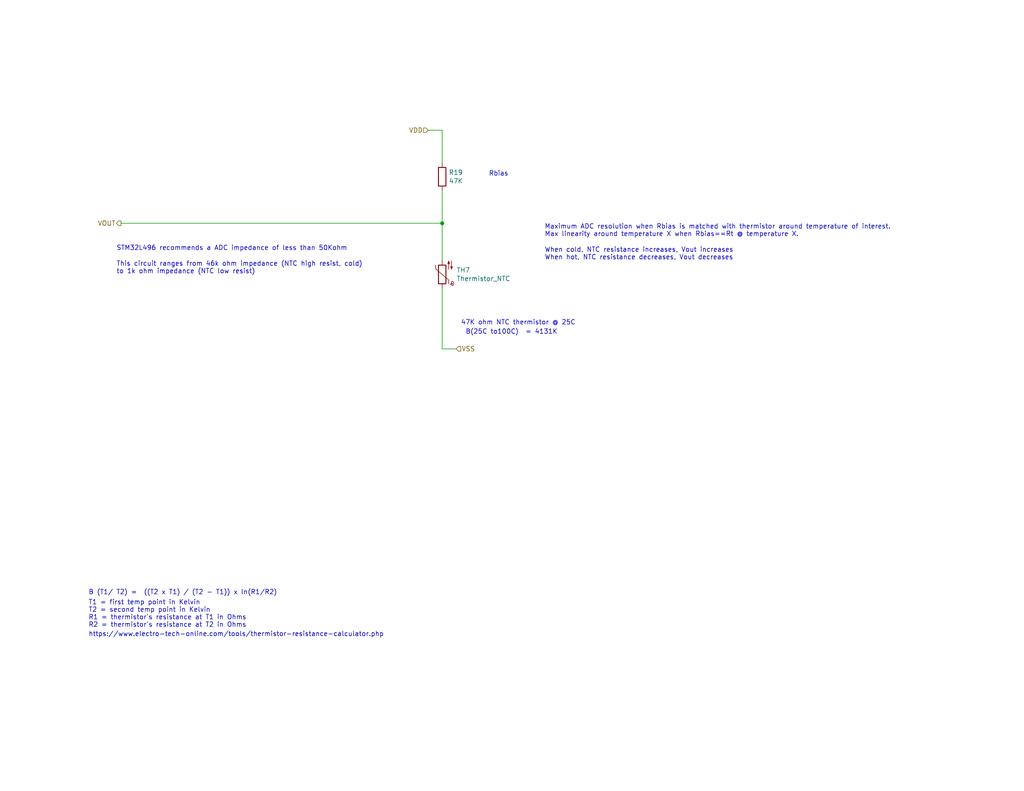
<source format=kicad_sch>
(kicad_sch (version 20250114) (generator "eeschema") (generator_version "9.0")
  (paper "A")
  (title_block (title "NTC THERMISTOR") (date "2020-05-05"))
  (lib_symbols
    (symbol "Device:R" (pin_numbers (hide yes)) (pin_names (offset 0))
      (property "Reference" "R" (at 2.032 0 90))
      (property "Value" "R" (at 0 0 90))
      (symbol "R_0_1"
        (rectangle (start -1.016 -2.54) (end 1.016 2.54) (stroke (width 0.254)))
      )
      (symbol "R_1_1"
        (pin passive line (at 0 3.81 270) (length 1.27) (name "~") (number "1"))
        (pin passive line (at 0 -3.81 90) (length 1.27) (name "~") (number "2"))
      )
    )
    (symbol "Device:Thermistor_NTC" (pin_numbers (hide yes)) (pin_names (offset 0))
      (property "Reference" "TH" (at -4.445 0 90))
      (property "Value" "Thermistor_NTC" (at 3.175 0 90))
      (symbol "Thermistor_NTC_0_1"
        (arc (start -3.175 2.413) (mid -3.0506 2.3165) (end -3.048 2.159))
        (arc (start -3.048 2.794) (mid -2.9736 2.9736) (end -2.794 3.048))
        (arc (start -2.794 3.048) (mid -2.6144 2.9736) (end -2.54 2.794))
        (arc (start -2.794 2.54) (mid -2.9736 2.6144) (end -3.048 2.794))
        (arc (start -2.794 1.905) (mid -2.9736 1.9794) (end -3.048 2.159))
        (arc (start -2.54 2.159) (mid -2.6144 1.9794) (end -2.794 1.905))
        (arc (start -2.159 2.794) (mid -2.434 2.5608) (end -2.794 2.54))
        (polyline (pts (xy -2.54 2.159) (xy -2.54 2.794)))
        (polyline (pts (xy -2.54 -3.683) (xy -2.54 -1.397) (xy -2.794 -2.159) (xy -2.286 -2.159) (xy -2.54 -1.397) (xy -2.54 -1.651)) (fill (type outline)))
        (polyline (pts (xy -1.778 2.54) (xy -1.778 1.524) (xy 1.778 -1.524) (xy 1.778 -2.54)))
        (polyline (pts (xy -1.778 -1.397) (xy -1.778 -3.683) (xy -2.032 -2.921) (xy -1.524 -2.921) (xy -1.778 -3.683) (xy -1.778 -3.429)) (fill (type outline)))
        (rectangle (start -1.016 2.54) (end 1.016 -2.54) (stroke (width 0.254)))
      )
      (symbol "Thermistor_NTC_1_1"
        (pin passive line (at 0 3.81 270) (length 1.27) (name "~") (number "1"))
        (pin passive line (at 0 -3.81 90) (length 1.27) (name "~") (number "2"))
      )
    )
  )
  (text "B(25C to100C)  = 4131K " (at 127 91.44 0) (effects (font (size 1.27 1.27)) (justify left bottom)))
  (text "STM32L496 recommends a ADC impedance of less than 50Kohm\n" (at 31.75 68.58 0) (effects (font (size 1.27 1.27)) (justify left bottom)))
  (text "T1 = first temp point in Kelvin\nT2 = second temp point in Kelvin\nR1 = thermistor's resistance at T1 in Ohms\nR2 = thermistor's resistance at T2 in Ohms" (at 24.13 171.45 0) (effects (font (size 1.27 1.27)) (justify left bottom)))
  (text "When cold, NTC resistance increases, Vout increases\nWhen hot, NTC resistance decreases, Vout decreases" (at 148.59 71.12 0) (effects (font (size 1.27 1.27)) (justify left bottom)))
  (text "Rbias\n" (at 133.35 48.26 0) (effects (font (size 1.27 1.27)) (justify left bottom)))
  (text "Maximum ADC resolution when Rbias is matched with thermistor around temperature of interest.\nMax linearity around temperature X when Rbias==Rt @ temperature X. \n" (at 148.59 64.77 0) (effects (font (size 1.27 1.27)) (justify left bottom)))
  (text "This circuit ranges from 46k ohm impedance (NTC high resist, cold)\nto 1k ohm impedance (NTC low resist)" (at 31.75 74.93 0) (effects (font (size 1.27 1.27)) (justify left bottom)))
  (text "47K ohm NTC thermistor @ 25C\n" (at 125.73 88.9 0) (effects (font (size 1.27 1.27)) (justify left bottom)))
  (text "https://www.electro-tech-online.com/tools/thermistor-resistance-calculator.php" (at 24.13 173.99 0) (effects (font (size 1.27 1.27)) (justify left bottom)))
  (text "B (T1/ T2) =  ((T2 x T1) / (T2 - T1)) x ln(R1/R2)" (at 24.13 162.56 0) (effects (font (size 1.27 1.27)) (justify left bottom)))
  (junction (at 120.65 60.96))
  (wire (pts (xy 120.65 60.96) (xy 33.02 60.96)))
  (wire (pts (xy 120.65 52.07) (xy 120.65 60.96)))
  (wire (pts (xy 120.65 78.74) (xy 120.65 95.25)))
  (wire (pts (xy 120.65 95.25) (xy 124.46 95.25)))
  (wire (pts (xy 116.84 35.56) (xy 120.65 35.56)))
  (wire (pts (xy 120.65 60.96) (xy 120.65 71.12)))
  (wire (pts (xy 120.65 35.56) (xy 120.65 44.45)))
  (hierarchical_label "VOUT" (shape output) (at 33.02 60.96 180))
  (hierarchical_label "VDD" (shape input) (at 116.84 35.56 180))
  (hierarchical_label "VSS" (shape input) (at 124.46 95.25 0))
  (symbol (lib_id "Device:Thermistor_NTC") (at 120.65 74.93 180) (unit 1)
    (property "Reference" "TH1" (at 124.5362 73.7616 0) (effects (justify right)))
    (property "Value" "Thermistor_NTC" (at 124.5362 76.073 0) (effects (justify right)))
    (property "Footprint" "Connector_PinHeader_1.27mm:PinHeader_1x02_P1.27mm_Vertical" (effects (hide yes)))
    (property "Datasheet" "https://www.murata.com/~/media/webrenewal/support/library/catalog/products/thermistor/ntc/r44e.ashx?la=en-us" (effects (hide yes)))
    (property "Part Number" "generic" (effects (hide yes)))
    (property "Manufacturer" "generic" (effects (hide yes)))
    (property "Note" "NXFT15WB473FA2B150" (effects (hide yes)))
    (instances (project "AVIONICS_BOARD" (path "" (reference "TH7") (unit 1)) (path "" (reference "TH8") (unit 1)) (path "" (reference "TH1") (unit 1)) (path "" (reference "TH2") (unit 1)) (path "" (reference "TH4") (unit 1)) (path "" (reference "TH5") (unit 1)) (path "" (reference "TH6") (unit 1)) (path "" (reference "TH3") (unit 1))))
  )
  (symbol (lib_id "Device:R") (at 120.65 48.26 180) (unit 1)
    (property "Reference" "R13" (at 122.428 47.0916 0) (effects (justify right)))
    (property "Value" "47K" (at 122.428 49.403 0) (effects (justify right)))
    (property "Footprint" "Resistor_SMD:R_0402_1005Metric_Pad0.72x0.64mm_HandSolder" (effects (hide yes)))
    (property "Datasheet" "https://www.yageo.com/upload/media/product/products/datasheet/rchip/PYu-RC_Group_51_RoHS_L_12.pdf" (effects (hide yes)))
    (property "Manufacturer" "YAGEO" (effects (hide yes)))
    (property "Part Number" "RC0402FR-0747KL" (effects (hide yes)))
    (property "Tolerance" "1" (effects (hide yes)))
    (instances (project "AVIONICS_BOARD" (path "" (reference "R19") (unit 1)) (path "" (reference "R20") (unit 1)) (path "" (reference "R13") (unit 1)) (path "" (reference "R14") (unit 1)) (path "" (reference "R16") (unit 1)) (path "" (reference "R17") (unit 1)) (path "" (reference "R18") (unit 1)) (path "" (reference "R15") (unit 1))))
  )
)
</source>
